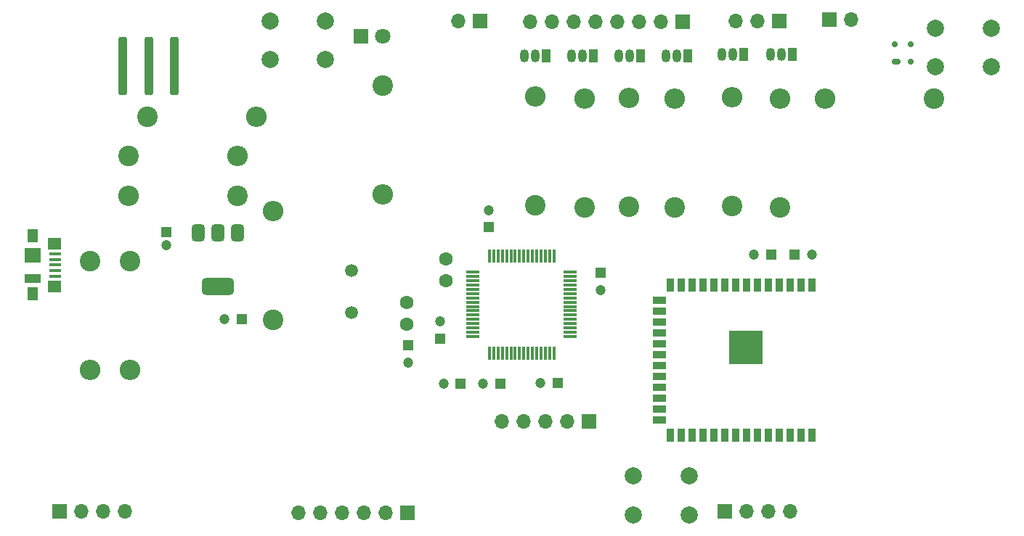
<source format=gbr>
%TF.GenerationSoftware,KiCad,Pcbnew,8.0.3*%
%TF.CreationDate,2025-10-30T11:00:03+03:00*%
%TF.ProjectId,yandex-rover,79616e64-6578-42d7-926f-7665722e6b69,rev?*%
%TF.SameCoordinates,Original*%
%TF.FileFunction,Soldermask,Top*%
%TF.FilePolarity,Negative*%
%FSLAX46Y46*%
G04 Gerber Fmt 4.6, Leading zero omitted, Abs format (unit mm)*
G04 Created by KiCad (PCBNEW 8.0.3) date 2025-10-30 11:00:03*
%MOMM*%
%LPD*%
G01*
G04 APERTURE LIST*
G04 Aperture macros list*
%AMRoundRect*
0 Rectangle with rounded corners*
0 $1 Rounding radius*
0 $2 $3 $4 $5 $6 $7 $8 $9 X,Y pos of 4 corners*
0 Add a 4 corners polygon primitive as box body*
4,1,4,$2,$3,$4,$5,$6,$7,$8,$9,$2,$3,0*
0 Add four circle primitives for the rounded corners*
1,1,$1+$1,$2,$3*
1,1,$1+$1,$4,$5*
1,1,$1+$1,$6,$7*
1,1,$1+$1,$8,$9*
0 Add four rect primitives between the rounded corners*
20,1,$1+$1,$2,$3,$4,$5,0*
20,1,$1+$1,$4,$5,$6,$7,0*
20,1,$1+$1,$6,$7,$8,$9,0*
20,1,$1+$1,$8,$9,$2,$3,0*%
G04 Aperture macros list end*
%ADD10C,2.400000*%
%ADD11O,2.400000X2.400000*%
%ADD12R,1.800000X1.800000*%
%ADD13C,1.800000*%
%ADD14R,1.700000X1.700000*%
%ADD15O,1.700000X1.700000*%
%ADD16C,1.200000*%
%ADD17R,1.200000X1.200000*%
%ADD18RoundRect,0.075000X-0.700000X-0.075000X0.700000X-0.075000X0.700000X0.075000X-0.700000X0.075000X0*%
%ADD19RoundRect,0.075000X-0.075000X-0.700000X0.075000X-0.700000X0.075000X0.700000X-0.075000X0.700000X0*%
%ADD20RoundRect,0.375000X-0.375000X0.625000X-0.375000X-0.625000X0.375000X-0.625000X0.375000X0.625000X0*%
%ADD21RoundRect,0.500000X-1.400000X0.500000X-1.400000X-0.500000X1.400000X-0.500000X1.400000X0.500000X0*%
%ADD22C,2.000000*%
%ADD23R,1.050000X1.500000*%
%ADD24O,1.050000X1.500000*%
%ADD25C,1.600000*%
%ADD26R,0.900000X1.500000*%
%ADD27R,1.500000X0.900000*%
%ADD28C,0.600000*%
%ADD29R,3.900000X3.900000*%
%ADD30RoundRect,0.175000X0.325000X-0.175000X0.325000X0.175000X-0.325000X0.175000X-0.325000X-0.175000X0*%
%ADD31RoundRect,0.150000X0.150000X-0.200000X0.150000X0.200000X-0.150000X0.200000X-0.150000X-0.200000X0*%
%ADD32RoundRect,0.250000X-0.250000X-3.150000X0.250000X-3.150000X0.250000X3.150000X-0.250000X3.150000X0*%
%ADD33C,1.500000*%
%ADD34R,1.380000X0.450000*%
%ADD35R,1.300000X1.650000*%
%ADD36R,1.550000X1.425000*%
%ADD37R,1.900000X1.800000*%
%ADD38R,1.900000X1.000000*%
G04 APERTURE END LIST*
D10*
%TO.C,R14*%
X143200000Y-39700000D03*
D11*
X143200000Y-52400000D03*
%TD*%
D12*
%TO.C,D1*%
X140625000Y-33900000D03*
D13*
X143165000Y-33900000D03*
%TD*%
D14*
%TO.C,J9*%
X154550000Y-32125000D03*
D15*
X152010000Y-32125000D03*
%TD*%
D10*
%TO.C,R13*%
X130400000Y-67000000D03*
D11*
X130400000Y-54300000D03*
%TD*%
D14*
%TO.C,J8*%
X195260000Y-32000000D03*
D15*
X197800000Y-32000000D03*
%TD*%
D14*
%TO.C,J1*%
X183100000Y-89400000D03*
D15*
X185640000Y-89400000D03*
X188180000Y-89400000D03*
X190720000Y-89400000D03*
%TD*%
D16*
%TO.C,C6*%
X154900000Y-74500000D03*
D17*
X156900000Y-74500000D03*
%TD*%
D18*
%TO.C,U2*%
X153725000Y-61450000D03*
X153725000Y-61950000D03*
X153725000Y-62450000D03*
X153725000Y-62950000D03*
X153725000Y-63450000D03*
X153725000Y-63950000D03*
X153725000Y-64450000D03*
X153725000Y-64950000D03*
X153725000Y-65450000D03*
X153725000Y-65950000D03*
X153725000Y-66450000D03*
X153725000Y-66950000D03*
X153725000Y-67450000D03*
X153725000Y-67950000D03*
X153725000Y-68450000D03*
X153725000Y-68950000D03*
D19*
X155650000Y-70875000D03*
X156150000Y-70875000D03*
X156650000Y-70875000D03*
X157150000Y-70875000D03*
X157650000Y-70875000D03*
X158150000Y-70875000D03*
X158650000Y-70875000D03*
X159150000Y-70875000D03*
X159650000Y-70875000D03*
X160150000Y-70875000D03*
X160650000Y-70875000D03*
X161150000Y-70875000D03*
X161650000Y-70875000D03*
X162150000Y-70875000D03*
X162650000Y-70875000D03*
X163150000Y-70875000D03*
D18*
X165075000Y-68950000D03*
X165075000Y-68450000D03*
X165075000Y-67950000D03*
X165075000Y-67450000D03*
X165075000Y-66950000D03*
X165075000Y-66450000D03*
X165075000Y-65950000D03*
X165075000Y-65450000D03*
X165075000Y-64950000D03*
X165075000Y-64450000D03*
X165075000Y-63950000D03*
X165075000Y-63450000D03*
X165075000Y-62950000D03*
X165075000Y-62450000D03*
X165075000Y-61950000D03*
X165075000Y-61450000D03*
D19*
X163150000Y-59525000D03*
X162650000Y-59525000D03*
X162150000Y-59525000D03*
X161650000Y-59525000D03*
X161150000Y-59525000D03*
X160650000Y-59525000D03*
X160150000Y-59525000D03*
X159650000Y-59525000D03*
X159150000Y-59525000D03*
X158650000Y-59525000D03*
X158150000Y-59525000D03*
X157650000Y-59525000D03*
X157150000Y-59525000D03*
X156650000Y-59525000D03*
X156150000Y-59525000D03*
X155650000Y-59525000D03*
%TD*%
D20*
%TO.C,U3*%
X126300000Y-56850000D03*
X124000000Y-56850000D03*
D21*
X124000000Y-63150000D03*
D20*
X121700000Y-56850000D03*
%TD*%
D22*
%TO.C,SW3*%
X130050000Y-32150000D03*
X136550000Y-32150000D03*
X130050000Y-36650000D03*
X136550000Y-36650000D03*
%TD*%
D14*
%TO.C,J2*%
X105520000Y-89400000D03*
D15*
X108060000Y-89400000D03*
X110600000Y-89400000D03*
X113140000Y-89400000D03*
%TD*%
D23*
%TO.C,Q2*%
X173260000Y-36200000D03*
D24*
X171990000Y-36200000D03*
X170720000Y-36200000D03*
%TD*%
D22*
%TO.C,SW1*%
X214150000Y-37450000D03*
X207650000Y-37450000D03*
X214150000Y-32950000D03*
X207650000Y-32950000D03*
%TD*%
D23*
%TO.C,Q3*%
X167720000Y-36200000D03*
D24*
X166450000Y-36200000D03*
X165180000Y-36200000D03*
%TD*%
D10*
%TO.C,R5*%
X166720000Y-53850000D03*
D11*
X166720000Y-41150000D03*
%TD*%
D25*
%TO.C,C3*%
X150600000Y-62400000D03*
X150600000Y-59900000D03*
%TD*%
D23*
%TO.C,Q4*%
X162220000Y-36200000D03*
D24*
X160950000Y-36200000D03*
X159680000Y-36200000D03*
%TD*%
D10*
%TO.C,R11*%
X126250000Y-52500000D03*
D11*
X113550000Y-52500000D03*
%TD*%
D10*
%TO.C,R4*%
X171920000Y-53800000D03*
D11*
X171920000Y-41100000D03*
%TD*%
D17*
%TO.C,C12*%
X188500000Y-59400000D03*
D16*
X186500000Y-59400000D03*
%TD*%
D17*
%TO.C,C9*%
X155600000Y-56200000D03*
D16*
X155600000Y-54200000D03*
%TD*%
D14*
%TO.C,J3*%
X146100000Y-89500000D03*
D15*
X143560000Y-89500000D03*
X141020000Y-89500000D03*
X138480000Y-89500000D03*
X135940000Y-89500000D03*
X133400000Y-89500000D03*
%TD*%
D17*
%TO.C,C7*%
X163572600Y-74400000D03*
D16*
X161572600Y-74400000D03*
%TD*%
D23*
%TO.C,Q6*%
X185285000Y-36025000D03*
D24*
X184015000Y-36025000D03*
X182745000Y-36025000D03*
%TD*%
D10*
%TO.C,R12*%
X113550000Y-47900000D03*
D11*
X126250000Y-47900000D03*
%TD*%
D10*
%TO.C,R7*%
X189500000Y-53850000D03*
D11*
X189500000Y-41150000D03*
%TD*%
D26*
%TO.C,U4*%
X193220000Y-62950000D03*
X191950000Y-62950000D03*
X190680000Y-62950000D03*
X189410000Y-62950000D03*
X188140000Y-62950000D03*
X186870000Y-62950000D03*
X185600000Y-62950000D03*
X184330000Y-62950000D03*
X183060000Y-62950000D03*
X181790000Y-62950000D03*
X180520000Y-62950000D03*
X179250000Y-62950000D03*
X177980000Y-62950000D03*
X176710000Y-62950000D03*
D27*
X175460000Y-64715000D03*
X175460000Y-65985000D03*
X175460000Y-67255000D03*
X175460000Y-68525000D03*
X175460000Y-69795000D03*
X175460000Y-71065000D03*
X175460000Y-72335000D03*
X175460000Y-73605000D03*
X175460000Y-74875000D03*
X175460000Y-76145000D03*
X175460000Y-77415000D03*
X175460000Y-78685000D03*
D26*
X176710000Y-80450000D03*
X177980000Y-80450000D03*
X179250000Y-80450000D03*
X180520000Y-80450000D03*
X181790000Y-80450000D03*
X183060000Y-80450000D03*
X184330000Y-80450000D03*
X185600000Y-80450000D03*
X186870000Y-80450000D03*
X188140000Y-80450000D03*
X189410000Y-80450000D03*
X190680000Y-80450000D03*
X191950000Y-80450000D03*
X193220000Y-80450000D03*
D28*
X186200000Y-68800000D03*
X184800000Y-68800000D03*
X186900000Y-69500000D03*
X185500000Y-69500000D03*
X184100000Y-69500000D03*
X186200000Y-70200000D03*
D29*
X185500000Y-70200000D03*
D28*
X184800000Y-70200000D03*
X186900000Y-70900000D03*
X185500000Y-70900000D03*
X184100000Y-70900000D03*
X186200000Y-71600000D03*
X184800000Y-71600000D03*
%TD*%
D11*
%TO.C,R2*%
X128500000Y-43300000D03*
D10*
X115800000Y-43300000D03*
%TD*%
D14*
%TO.C,J5*%
X178160000Y-32200000D03*
D15*
X175620000Y-32200000D03*
X173080000Y-32200000D03*
X170540000Y-32200000D03*
X168000000Y-32200000D03*
X165460000Y-32200000D03*
X162920000Y-32200000D03*
X160380000Y-32200000D03*
%TD*%
D23*
%TO.C,Q5*%
X190915000Y-36025000D03*
D24*
X189645000Y-36025000D03*
X188375000Y-36025000D03*
%TD*%
D10*
%TO.C,R3*%
X177260000Y-53850000D03*
D11*
X177260000Y-41150000D03*
%TD*%
D10*
%TO.C,R8*%
X183900000Y-53750000D03*
D11*
X183900000Y-41050000D03*
%TD*%
D30*
%TO.C,U1*%
X203050000Y-36850000D03*
D31*
X204750000Y-36850000D03*
X204750000Y-34850000D03*
X202850000Y-34850000D03*
%TD*%
D10*
%TO.C,R10*%
X113700000Y-60150000D03*
D11*
X113700000Y-72850000D03*
%TD*%
D25*
%TO.C,C4*%
X146000000Y-65000000D03*
X146000000Y-67500000D03*
%TD*%
D17*
%TO.C,C13*%
X191200000Y-59400000D03*
D16*
X193200000Y-59400000D03*
%TD*%
D17*
%TO.C,C1*%
X146200000Y-70000000D03*
D16*
X146200000Y-72000000D03*
%TD*%
D32*
%TO.C,SW2*%
X112900000Y-37400000D03*
X115900000Y-37400000D03*
X118900000Y-37400000D03*
%TD*%
D17*
%TO.C,C11*%
X126772600Y-66900000D03*
D16*
X124772600Y-66900000D03*
%TD*%
D17*
%TO.C,C2*%
X149900000Y-69172600D03*
D16*
X149900000Y-67172600D03*
%TD*%
D33*
%TO.C,Y1*%
X139600000Y-61250000D03*
X139600000Y-66130000D03*
%TD*%
D17*
%TO.C,C5*%
X152272600Y-74500000D03*
D16*
X150272600Y-74500000D03*
%TD*%
D14*
%TO.C,J6*%
X189440000Y-32100000D03*
D15*
X186900000Y-32100000D03*
X184360000Y-32100000D03*
%TD*%
D10*
%TO.C,R1*%
X207450000Y-41200000D03*
D11*
X194750000Y-41200000D03*
%TD*%
D10*
%TO.C,R9*%
X109100000Y-60150000D03*
D11*
X109100000Y-72850000D03*
%TD*%
D34*
%TO.C,J7*%
X105035000Y-59300000D03*
X105035000Y-59950000D03*
X105035000Y-60600000D03*
X105035000Y-61250000D03*
X105035000Y-61900000D03*
D35*
X102375000Y-57225000D03*
D36*
X104950000Y-58112500D03*
D37*
X102375000Y-59450000D03*
D38*
X102375000Y-62150000D03*
D36*
X104950000Y-63087500D03*
D35*
X102375000Y-63975000D03*
%TD*%
D10*
%TO.C,R6*%
X161020000Y-53650000D03*
D11*
X161020000Y-40950000D03*
%TD*%
D17*
%TO.C,C8*%
X168600000Y-61500000D03*
D16*
X168600000Y-63500000D03*
%TD*%
D17*
%TO.C,C10*%
X118000000Y-56777401D03*
D16*
X118000000Y-58277401D03*
%TD*%
D23*
%TO.C,Q1*%
X178760000Y-36200000D03*
D24*
X177490000Y-36200000D03*
X176220000Y-36200000D03*
%TD*%
D22*
%TO.C,SW4*%
X178950000Y-89750000D03*
X172450000Y-89750000D03*
X178950000Y-85250000D03*
X172450000Y-85250000D03*
%TD*%
D14*
%TO.C,J4*%
X167220000Y-78900000D03*
D15*
X164680000Y-78900000D03*
X162140000Y-78900000D03*
X159600000Y-78900000D03*
X157060000Y-78900000D03*
%TD*%
M02*

</source>
